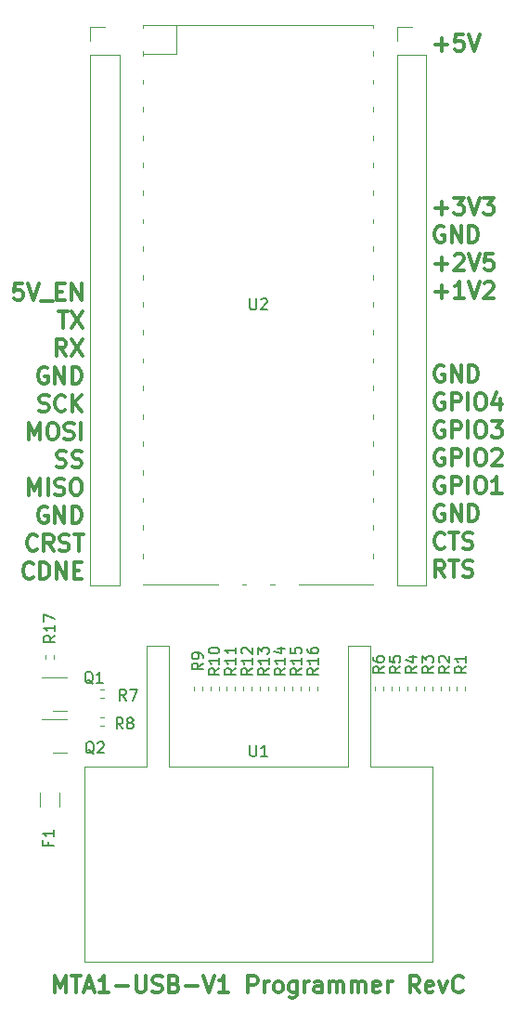
<source format=gbr>
%TF.GenerationSoftware,KiCad,Pcbnew,(6.0.4)*%
%TF.CreationDate,2022-08-11T18:10:45+02:00*%
%TF.ProjectId,mta1-usb-ch552-programmer,6d746131-2d75-4736-922d-63683535322d,rev?*%
%TF.SameCoordinates,Original*%
%TF.FileFunction,Legend,Top*%
%TF.FilePolarity,Positive*%
%FSLAX46Y46*%
G04 Gerber Fmt 4.6, Leading zero omitted, Abs format (unit mm)*
G04 Created by KiCad (PCBNEW (6.0.4)) date 2022-08-11 18:10:45*
%MOMM*%
%LPD*%
G01*
G04 APERTURE LIST*
%ADD10C,0.300000*%
%ADD11C,0.150000*%
%ADD12C,0.120000*%
G04 APERTURE END LIST*
D10*
X119593571Y-87278571D02*
X119593571Y-85778571D01*
X120093571Y-86850000D01*
X120593571Y-85778571D01*
X120593571Y-87278571D01*
X121593571Y-85778571D02*
X121879285Y-85778571D01*
X122022142Y-85850000D01*
X122165000Y-85992857D01*
X122236428Y-86278571D01*
X122236428Y-86778571D01*
X122165000Y-87064285D01*
X122022142Y-87207142D01*
X121879285Y-87278571D01*
X121593571Y-87278571D01*
X121450714Y-87207142D01*
X121307857Y-87064285D01*
X121236428Y-86778571D01*
X121236428Y-86278571D01*
X121307857Y-85992857D01*
X121450714Y-85850000D01*
X121593571Y-85778571D01*
X122807857Y-87207142D02*
X123022142Y-87278571D01*
X123379285Y-87278571D01*
X123522142Y-87207142D01*
X123593571Y-87135714D01*
X123665000Y-86992857D01*
X123665000Y-86850000D01*
X123593571Y-86707142D01*
X123522142Y-86635714D01*
X123379285Y-86564285D01*
X123093571Y-86492857D01*
X122950714Y-86421428D01*
X122879285Y-86350000D01*
X122807857Y-86207142D01*
X122807857Y-86064285D01*
X122879285Y-85921428D01*
X122950714Y-85850000D01*
X123093571Y-85778571D01*
X123450714Y-85778571D01*
X123665000Y-85850000D01*
X124307857Y-87278571D02*
X124307857Y-85778571D01*
X157412857Y-85690000D02*
X157270000Y-85618571D01*
X157055714Y-85618571D01*
X156841428Y-85690000D01*
X156698571Y-85832857D01*
X156627142Y-85975714D01*
X156555714Y-86261428D01*
X156555714Y-86475714D01*
X156627142Y-86761428D01*
X156698571Y-86904285D01*
X156841428Y-87047142D01*
X157055714Y-87118571D01*
X157198571Y-87118571D01*
X157412857Y-87047142D01*
X157484285Y-86975714D01*
X157484285Y-86475714D01*
X157198571Y-86475714D01*
X158127142Y-87118571D02*
X158127142Y-85618571D01*
X158698571Y-85618571D01*
X158841428Y-85690000D01*
X158912857Y-85761428D01*
X158984285Y-85904285D01*
X158984285Y-86118571D01*
X158912857Y-86261428D01*
X158841428Y-86332857D01*
X158698571Y-86404285D01*
X158127142Y-86404285D01*
X159627142Y-87118571D02*
X159627142Y-85618571D01*
X160627142Y-85618571D02*
X160912857Y-85618571D01*
X161055714Y-85690000D01*
X161198571Y-85832857D01*
X161270000Y-86118571D01*
X161270000Y-86618571D01*
X161198571Y-86904285D01*
X161055714Y-87047142D01*
X160912857Y-87118571D01*
X160627142Y-87118571D01*
X160484285Y-87047142D01*
X160341428Y-86904285D01*
X160270000Y-86618571D01*
X160270000Y-86118571D01*
X160341428Y-85832857D01*
X160484285Y-85690000D01*
X160627142Y-85618571D01*
X161770000Y-85618571D02*
X162698571Y-85618571D01*
X162198571Y-86190000D01*
X162412857Y-86190000D01*
X162555714Y-86261428D01*
X162627142Y-86332857D01*
X162698571Y-86475714D01*
X162698571Y-86832857D01*
X162627142Y-86975714D01*
X162555714Y-87047142D01*
X162412857Y-87118571D01*
X161984285Y-87118571D01*
X161841428Y-87047142D01*
X161770000Y-86975714D01*
X157412857Y-90770000D02*
X157270000Y-90698571D01*
X157055714Y-90698571D01*
X156841428Y-90770000D01*
X156698571Y-90912857D01*
X156627142Y-91055714D01*
X156555714Y-91341428D01*
X156555714Y-91555714D01*
X156627142Y-91841428D01*
X156698571Y-91984285D01*
X156841428Y-92127142D01*
X157055714Y-92198571D01*
X157198571Y-92198571D01*
X157412857Y-92127142D01*
X157484285Y-92055714D01*
X157484285Y-91555714D01*
X157198571Y-91555714D01*
X158127142Y-92198571D02*
X158127142Y-90698571D01*
X158698571Y-90698571D01*
X158841428Y-90770000D01*
X158912857Y-90841428D01*
X158984285Y-90984285D01*
X158984285Y-91198571D01*
X158912857Y-91341428D01*
X158841428Y-91412857D01*
X158698571Y-91484285D01*
X158127142Y-91484285D01*
X159627142Y-92198571D02*
X159627142Y-90698571D01*
X160627142Y-90698571D02*
X160912857Y-90698571D01*
X161055714Y-90770000D01*
X161198571Y-90912857D01*
X161270000Y-91198571D01*
X161270000Y-91698571D01*
X161198571Y-91984285D01*
X161055714Y-92127142D01*
X160912857Y-92198571D01*
X160627142Y-92198571D01*
X160484285Y-92127142D01*
X160341428Y-91984285D01*
X160270000Y-91698571D01*
X160270000Y-91198571D01*
X160341428Y-90912857D01*
X160484285Y-90770000D01*
X160627142Y-90698571D01*
X162698571Y-92198571D02*
X161841428Y-92198571D01*
X162270000Y-92198571D02*
X162270000Y-90698571D01*
X162127142Y-90912857D01*
X161984285Y-91055714D01*
X161841428Y-91127142D01*
X121236428Y-93470000D02*
X121093571Y-93398571D01*
X120879285Y-93398571D01*
X120665000Y-93470000D01*
X120522142Y-93612857D01*
X120450714Y-93755714D01*
X120379285Y-94041428D01*
X120379285Y-94255714D01*
X120450714Y-94541428D01*
X120522142Y-94684285D01*
X120665000Y-94827142D01*
X120879285Y-94898571D01*
X121022142Y-94898571D01*
X121236428Y-94827142D01*
X121307857Y-94755714D01*
X121307857Y-94255714D01*
X121022142Y-94255714D01*
X121950714Y-94898571D02*
X121950714Y-93398571D01*
X122807857Y-94898571D01*
X122807857Y-93398571D01*
X123522142Y-94898571D02*
X123522142Y-93398571D01*
X123879285Y-93398571D01*
X124093571Y-93470000D01*
X124236428Y-93612857D01*
X124307857Y-93755714D01*
X124379285Y-94041428D01*
X124379285Y-94255714D01*
X124307857Y-94541428D01*
X124236428Y-94684285D01*
X124093571Y-94827142D01*
X123879285Y-94898571D01*
X123522142Y-94898571D01*
X157412857Y-83150000D02*
X157270000Y-83078571D01*
X157055714Y-83078571D01*
X156841428Y-83150000D01*
X156698571Y-83292857D01*
X156627142Y-83435714D01*
X156555714Y-83721428D01*
X156555714Y-83935714D01*
X156627142Y-84221428D01*
X156698571Y-84364285D01*
X156841428Y-84507142D01*
X157055714Y-84578571D01*
X157198571Y-84578571D01*
X157412857Y-84507142D01*
X157484285Y-84435714D01*
X157484285Y-83935714D01*
X157198571Y-83935714D01*
X158127142Y-84578571D02*
X158127142Y-83078571D01*
X158698571Y-83078571D01*
X158841428Y-83150000D01*
X158912857Y-83221428D01*
X158984285Y-83364285D01*
X158984285Y-83578571D01*
X158912857Y-83721428D01*
X158841428Y-83792857D01*
X158698571Y-83864285D01*
X158127142Y-83864285D01*
X159627142Y-84578571D02*
X159627142Y-83078571D01*
X160627142Y-83078571D02*
X160912857Y-83078571D01*
X161055714Y-83150000D01*
X161198571Y-83292857D01*
X161270000Y-83578571D01*
X161270000Y-84078571D01*
X161198571Y-84364285D01*
X161055714Y-84507142D01*
X160912857Y-84578571D01*
X160627142Y-84578571D01*
X160484285Y-84507142D01*
X160341428Y-84364285D01*
X160270000Y-84078571D01*
X160270000Y-83578571D01*
X160341428Y-83292857D01*
X160484285Y-83150000D01*
X160627142Y-83078571D01*
X162555714Y-83578571D02*
X162555714Y-84578571D01*
X162198571Y-83007142D02*
X161841428Y-84078571D01*
X162770000Y-84078571D01*
X122236428Y-75618571D02*
X123093571Y-75618571D01*
X122665000Y-77118571D02*
X122665000Y-75618571D01*
X123450714Y-75618571D02*
X124450714Y-77118571D01*
X124450714Y-75618571D02*
X123450714Y-77118571D01*
X157412857Y-88230000D02*
X157270000Y-88158571D01*
X157055714Y-88158571D01*
X156841428Y-88230000D01*
X156698571Y-88372857D01*
X156627142Y-88515714D01*
X156555714Y-88801428D01*
X156555714Y-89015714D01*
X156627142Y-89301428D01*
X156698571Y-89444285D01*
X156841428Y-89587142D01*
X157055714Y-89658571D01*
X157198571Y-89658571D01*
X157412857Y-89587142D01*
X157484285Y-89515714D01*
X157484285Y-89015714D01*
X157198571Y-89015714D01*
X158127142Y-89658571D02*
X158127142Y-88158571D01*
X158698571Y-88158571D01*
X158841428Y-88230000D01*
X158912857Y-88301428D01*
X158984285Y-88444285D01*
X158984285Y-88658571D01*
X158912857Y-88801428D01*
X158841428Y-88872857D01*
X158698571Y-88944285D01*
X158127142Y-88944285D01*
X159627142Y-89658571D02*
X159627142Y-88158571D01*
X160627142Y-88158571D02*
X160912857Y-88158571D01*
X161055714Y-88230000D01*
X161198571Y-88372857D01*
X161270000Y-88658571D01*
X161270000Y-89158571D01*
X161198571Y-89444285D01*
X161055714Y-89587142D01*
X160912857Y-89658571D01*
X160627142Y-89658571D01*
X160484285Y-89587142D01*
X160341428Y-89444285D01*
X160270000Y-89158571D01*
X160270000Y-88658571D01*
X160341428Y-88372857D01*
X160484285Y-88230000D01*
X160627142Y-88158571D01*
X161841428Y-88301428D02*
X161912857Y-88230000D01*
X162055714Y-88158571D01*
X162412857Y-88158571D01*
X162555714Y-88230000D01*
X162627142Y-88301428D01*
X162698571Y-88444285D01*
X162698571Y-88587142D01*
X162627142Y-88801428D01*
X161770000Y-89658571D01*
X162698571Y-89658571D01*
X156627142Y-71307142D02*
X157770000Y-71307142D01*
X157198571Y-71878571D02*
X157198571Y-70735714D01*
X158412857Y-70521428D02*
X158484285Y-70450000D01*
X158627142Y-70378571D01*
X158984285Y-70378571D01*
X159127142Y-70450000D01*
X159198571Y-70521428D01*
X159270000Y-70664285D01*
X159270000Y-70807142D01*
X159198571Y-71021428D01*
X158341428Y-71878571D01*
X159270000Y-71878571D01*
X159698571Y-70378571D02*
X160198571Y-71878571D01*
X160698571Y-70378571D01*
X161912857Y-70378571D02*
X161198571Y-70378571D01*
X161127142Y-71092857D01*
X161198571Y-71021428D01*
X161341428Y-70950000D01*
X161698571Y-70950000D01*
X161841428Y-71021428D01*
X161912857Y-71092857D01*
X161984285Y-71235714D01*
X161984285Y-71592857D01*
X161912857Y-71735714D01*
X161841428Y-71807142D01*
X161698571Y-71878571D01*
X161341428Y-71878571D01*
X161198571Y-71807142D01*
X161127142Y-71735714D01*
X157412857Y-80610000D02*
X157270000Y-80538571D01*
X157055714Y-80538571D01*
X156841428Y-80610000D01*
X156698571Y-80752857D01*
X156627142Y-80895714D01*
X156555714Y-81181428D01*
X156555714Y-81395714D01*
X156627142Y-81681428D01*
X156698571Y-81824285D01*
X156841428Y-81967142D01*
X157055714Y-82038571D01*
X157198571Y-82038571D01*
X157412857Y-81967142D01*
X157484285Y-81895714D01*
X157484285Y-81395714D01*
X157198571Y-81395714D01*
X158127142Y-82038571D02*
X158127142Y-80538571D01*
X158984285Y-82038571D01*
X158984285Y-80538571D01*
X159698571Y-82038571D02*
X159698571Y-80538571D01*
X160055714Y-80538571D01*
X160270000Y-80610000D01*
X160412857Y-80752857D01*
X160484285Y-80895714D01*
X160555714Y-81181428D01*
X160555714Y-81395714D01*
X160484285Y-81681428D01*
X160412857Y-81824285D01*
X160270000Y-81967142D01*
X160055714Y-82038571D01*
X159698571Y-82038571D01*
X157412857Y-93310000D02*
X157270000Y-93238571D01*
X157055714Y-93238571D01*
X156841428Y-93310000D01*
X156698571Y-93452857D01*
X156627142Y-93595714D01*
X156555714Y-93881428D01*
X156555714Y-94095714D01*
X156627142Y-94381428D01*
X156698571Y-94524285D01*
X156841428Y-94667142D01*
X157055714Y-94738571D01*
X157198571Y-94738571D01*
X157412857Y-94667142D01*
X157484285Y-94595714D01*
X157484285Y-94095714D01*
X157198571Y-94095714D01*
X158127142Y-94738571D02*
X158127142Y-93238571D01*
X158984285Y-94738571D01*
X158984285Y-93238571D01*
X159698571Y-94738571D02*
X159698571Y-93238571D01*
X160055714Y-93238571D01*
X160270000Y-93310000D01*
X160412857Y-93452857D01*
X160484285Y-93595714D01*
X160555714Y-93881428D01*
X160555714Y-94095714D01*
X160484285Y-94381428D01*
X160412857Y-94524285D01*
X160270000Y-94667142D01*
X160055714Y-94738571D01*
X159698571Y-94738571D01*
X120522142Y-84667142D02*
X120736428Y-84738571D01*
X121093571Y-84738571D01*
X121236428Y-84667142D01*
X121307857Y-84595714D01*
X121379285Y-84452857D01*
X121379285Y-84310000D01*
X121307857Y-84167142D01*
X121236428Y-84095714D01*
X121093571Y-84024285D01*
X120807857Y-83952857D01*
X120665000Y-83881428D01*
X120593571Y-83810000D01*
X120522142Y-83667142D01*
X120522142Y-83524285D01*
X120593571Y-83381428D01*
X120665000Y-83310000D01*
X120807857Y-83238571D01*
X121165000Y-83238571D01*
X121379285Y-83310000D01*
X122879285Y-84595714D02*
X122807857Y-84667142D01*
X122593571Y-84738571D01*
X122450714Y-84738571D01*
X122236428Y-84667142D01*
X122093571Y-84524285D01*
X122022142Y-84381428D01*
X121950714Y-84095714D01*
X121950714Y-83881428D01*
X122022142Y-83595714D01*
X122093571Y-83452857D01*
X122236428Y-83310000D01*
X122450714Y-83238571D01*
X122593571Y-83238571D01*
X122807857Y-83310000D01*
X122879285Y-83381428D01*
X123522142Y-84738571D02*
X123522142Y-83238571D01*
X124379285Y-84738571D02*
X123736428Y-83881428D01*
X124379285Y-83238571D02*
X123522142Y-84095714D01*
X156627142Y-73847142D02*
X157770000Y-73847142D01*
X157198571Y-74418571D02*
X157198571Y-73275714D01*
X159270000Y-74418571D02*
X158412857Y-74418571D01*
X158841428Y-74418571D02*
X158841428Y-72918571D01*
X158698571Y-73132857D01*
X158555714Y-73275714D01*
X158412857Y-73347142D01*
X159698571Y-72918571D02*
X160198571Y-74418571D01*
X160698571Y-72918571D01*
X161127142Y-73061428D02*
X161198571Y-72990000D01*
X161341428Y-72918571D01*
X161698571Y-72918571D01*
X161841428Y-72990000D01*
X161912857Y-73061428D01*
X161984285Y-73204285D01*
X161984285Y-73347142D01*
X161912857Y-73561428D01*
X161055714Y-74418571D01*
X161984285Y-74418571D01*
X118990714Y-73078571D02*
X118276428Y-73078571D01*
X118205000Y-73792857D01*
X118276428Y-73721428D01*
X118419285Y-73650000D01*
X118776428Y-73650000D01*
X118919285Y-73721428D01*
X118990714Y-73792857D01*
X119062142Y-73935714D01*
X119062142Y-74292857D01*
X118990714Y-74435714D01*
X118919285Y-74507142D01*
X118776428Y-74578571D01*
X118419285Y-74578571D01*
X118276428Y-74507142D01*
X118205000Y-74435714D01*
X119490714Y-73078571D02*
X119990714Y-74578571D01*
X120490714Y-73078571D01*
X120633571Y-74721428D02*
X121776428Y-74721428D01*
X122133571Y-73792857D02*
X122633571Y-73792857D01*
X122847857Y-74578571D02*
X122133571Y-74578571D01*
X122133571Y-73078571D01*
X122847857Y-73078571D01*
X123490714Y-74578571D02*
X123490714Y-73078571D01*
X124347857Y-74578571D01*
X124347857Y-73078571D01*
X157412857Y-67910000D02*
X157270000Y-67838571D01*
X157055714Y-67838571D01*
X156841428Y-67910000D01*
X156698571Y-68052857D01*
X156627142Y-68195714D01*
X156555714Y-68481428D01*
X156555714Y-68695714D01*
X156627142Y-68981428D01*
X156698571Y-69124285D01*
X156841428Y-69267142D01*
X157055714Y-69338571D01*
X157198571Y-69338571D01*
X157412857Y-69267142D01*
X157484285Y-69195714D01*
X157484285Y-68695714D01*
X157198571Y-68695714D01*
X158127142Y-69338571D02*
X158127142Y-67838571D01*
X158984285Y-69338571D01*
X158984285Y-67838571D01*
X159698571Y-69338571D02*
X159698571Y-67838571D01*
X160055714Y-67838571D01*
X160270000Y-67910000D01*
X160412857Y-68052857D01*
X160484285Y-68195714D01*
X160555714Y-68481428D01*
X160555714Y-68695714D01*
X160484285Y-68981428D01*
X160412857Y-69124285D01*
X160270000Y-69267142D01*
X160055714Y-69338571D01*
X159698571Y-69338571D01*
X122950714Y-79658571D02*
X122450714Y-78944285D01*
X122093571Y-79658571D02*
X122093571Y-78158571D01*
X122665000Y-78158571D01*
X122807857Y-78230000D01*
X122879285Y-78301428D01*
X122950714Y-78444285D01*
X122950714Y-78658571D01*
X122879285Y-78801428D01*
X122807857Y-78872857D01*
X122665000Y-78944285D01*
X122093571Y-78944285D01*
X123450714Y-78158571D02*
X124450714Y-79658571D01*
X124450714Y-78158571D02*
X123450714Y-79658571D01*
X156627142Y-51307142D02*
X157770000Y-51307142D01*
X157198571Y-51878571D02*
X157198571Y-50735714D01*
X159198571Y-50378571D02*
X158484285Y-50378571D01*
X158412857Y-51092857D01*
X158484285Y-51021428D01*
X158627142Y-50950000D01*
X158984285Y-50950000D01*
X159127142Y-51021428D01*
X159198571Y-51092857D01*
X159270000Y-51235714D01*
X159270000Y-51592857D01*
X159198571Y-51735714D01*
X159127142Y-51807142D01*
X158984285Y-51878571D01*
X158627142Y-51878571D01*
X158484285Y-51807142D01*
X158412857Y-51735714D01*
X159698571Y-50378571D02*
X160198571Y-51878571D01*
X160698571Y-50378571D01*
X121236428Y-80770000D02*
X121093571Y-80698571D01*
X120879285Y-80698571D01*
X120665000Y-80770000D01*
X120522142Y-80912857D01*
X120450714Y-81055714D01*
X120379285Y-81341428D01*
X120379285Y-81555714D01*
X120450714Y-81841428D01*
X120522142Y-81984285D01*
X120665000Y-82127142D01*
X120879285Y-82198571D01*
X121022142Y-82198571D01*
X121236428Y-82127142D01*
X121307857Y-82055714D01*
X121307857Y-81555714D01*
X121022142Y-81555714D01*
X121950714Y-82198571D02*
X121950714Y-80698571D01*
X122807857Y-82198571D01*
X122807857Y-80698571D01*
X123522142Y-82198571D02*
X123522142Y-80698571D01*
X123879285Y-80698571D01*
X124093571Y-80770000D01*
X124236428Y-80912857D01*
X124307857Y-81055714D01*
X124379285Y-81341428D01*
X124379285Y-81555714D01*
X124307857Y-81841428D01*
X124236428Y-81984285D01*
X124093571Y-82127142D01*
X123879285Y-82198571D01*
X123522142Y-82198571D01*
X120307857Y-97295714D02*
X120236428Y-97367142D01*
X120022142Y-97438571D01*
X119879285Y-97438571D01*
X119665000Y-97367142D01*
X119522142Y-97224285D01*
X119450714Y-97081428D01*
X119379285Y-96795714D01*
X119379285Y-96581428D01*
X119450714Y-96295714D01*
X119522142Y-96152857D01*
X119665000Y-96010000D01*
X119879285Y-95938571D01*
X120022142Y-95938571D01*
X120236428Y-96010000D01*
X120307857Y-96081428D01*
X121807857Y-97438571D02*
X121307857Y-96724285D01*
X120950714Y-97438571D02*
X120950714Y-95938571D01*
X121522142Y-95938571D01*
X121665000Y-96010000D01*
X121736428Y-96081428D01*
X121807857Y-96224285D01*
X121807857Y-96438571D01*
X121736428Y-96581428D01*
X121665000Y-96652857D01*
X121522142Y-96724285D01*
X120950714Y-96724285D01*
X122379285Y-97367142D02*
X122593571Y-97438571D01*
X122950714Y-97438571D01*
X123093571Y-97367142D01*
X123165000Y-97295714D01*
X123236428Y-97152857D01*
X123236428Y-97010000D01*
X123165000Y-96867142D01*
X123093571Y-96795714D01*
X122950714Y-96724285D01*
X122665000Y-96652857D01*
X122522142Y-96581428D01*
X122450714Y-96510000D01*
X122379285Y-96367142D01*
X122379285Y-96224285D01*
X122450714Y-96081428D01*
X122522142Y-96010000D01*
X122665000Y-95938571D01*
X123022142Y-95938571D01*
X123236428Y-96010000D01*
X123665000Y-95938571D02*
X124522142Y-95938571D01*
X124093571Y-97438571D02*
X124093571Y-95938571D01*
X157484285Y-99818571D02*
X156984285Y-99104285D01*
X156627142Y-99818571D02*
X156627142Y-98318571D01*
X157198571Y-98318571D01*
X157341428Y-98390000D01*
X157412857Y-98461428D01*
X157484285Y-98604285D01*
X157484285Y-98818571D01*
X157412857Y-98961428D01*
X157341428Y-99032857D01*
X157198571Y-99104285D01*
X156627142Y-99104285D01*
X157912857Y-98318571D02*
X158770000Y-98318571D01*
X158341428Y-99818571D02*
X158341428Y-98318571D01*
X159198571Y-99747142D02*
X159412857Y-99818571D01*
X159770000Y-99818571D01*
X159912857Y-99747142D01*
X159984285Y-99675714D01*
X160055714Y-99532857D01*
X160055714Y-99390000D01*
X159984285Y-99247142D01*
X159912857Y-99175714D01*
X159770000Y-99104285D01*
X159484285Y-99032857D01*
X159341428Y-98961428D01*
X159270000Y-98890000D01*
X159198571Y-98747142D01*
X159198571Y-98604285D01*
X159270000Y-98461428D01*
X159341428Y-98390000D01*
X159484285Y-98318571D01*
X159841428Y-98318571D01*
X160055714Y-98390000D01*
X156627142Y-66227142D02*
X157770000Y-66227142D01*
X157198571Y-66798571D02*
X157198571Y-65655714D01*
X158341428Y-65298571D02*
X159270000Y-65298571D01*
X158770000Y-65870000D01*
X158984285Y-65870000D01*
X159127142Y-65941428D01*
X159198571Y-66012857D01*
X159270000Y-66155714D01*
X159270000Y-66512857D01*
X159198571Y-66655714D01*
X159127142Y-66727142D01*
X158984285Y-66798571D01*
X158555714Y-66798571D01*
X158412857Y-66727142D01*
X158341428Y-66655714D01*
X159698571Y-65298571D02*
X160198571Y-66798571D01*
X160698571Y-65298571D01*
X161055714Y-65298571D02*
X161984285Y-65298571D01*
X161484285Y-65870000D01*
X161698571Y-65870000D01*
X161841428Y-65941428D01*
X161912857Y-66012857D01*
X161984285Y-66155714D01*
X161984285Y-66512857D01*
X161912857Y-66655714D01*
X161841428Y-66727142D01*
X161698571Y-66798571D01*
X161270000Y-66798571D01*
X161127142Y-66727142D01*
X161055714Y-66655714D01*
X157484285Y-97135714D02*
X157412857Y-97207142D01*
X157198571Y-97278571D01*
X157055714Y-97278571D01*
X156841428Y-97207142D01*
X156698571Y-97064285D01*
X156627142Y-96921428D01*
X156555714Y-96635714D01*
X156555714Y-96421428D01*
X156627142Y-96135714D01*
X156698571Y-95992857D01*
X156841428Y-95850000D01*
X157055714Y-95778571D01*
X157198571Y-95778571D01*
X157412857Y-95850000D01*
X157484285Y-95921428D01*
X157912857Y-95778571D02*
X158770000Y-95778571D01*
X158341428Y-97278571D02*
X158341428Y-95778571D01*
X159198571Y-97207142D02*
X159412857Y-97278571D01*
X159770000Y-97278571D01*
X159912857Y-97207142D01*
X159984285Y-97135714D01*
X160055714Y-96992857D01*
X160055714Y-96850000D01*
X159984285Y-96707142D01*
X159912857Y-96635714D01*
X159770000Y-96564285D01*
X159484285Y-96492857D01*
X159341428Y-96421428D01*
X159270000Y-96350000D01*
X159198571Y-96207142D01*
X159198571Y-96064285D01*
X159270000Y-95921428D01*
X159341428Y-95850000D01*
X159484285Y-95778571D01*
X159841428Y-95778571D01*
X160055714Y-95850000D01*
X119593571Y-92358571D02*
X119593571Y-90858571D01*
X120093571Y-91930000D01*
X120593571Y-90858571D01*
X120593571Y-92358571D01*
X121307857Y-92358571D02*
X121307857Y-90858571D01*
X121950714Y-92287142D02*
X122165000Y-92358571D01*
X122522142Y-92358571D01*
X122665000Y-92287142D01*
X122736428Y-92215714D01*
X122807857Y-92072857D01*
X122807857Y-91930000D01*
X122736428Y-91787142D01*
X122665000Y-91715714D01*
X122522142Y-91644285D01*
X122236428Y-91572857D01*
X122093571Y-91501428D01*
X122022142Y-91430000D01*
X121950714Y-91287142D01*
X121950714Y-91144285D01*
X122022142Y-91001428D01*
X122093571Y-90930000D01*
X122236428Y-90858571D01*
X122593571Y-90858571D01*
X122807857Y-90930000D01*
X123736428Y-90858571D02*
X124022142Y-90858571D01*
X124165000Y-90930000D01*
X124307857Y-91072857D01*
X124379285Y-91358571D01*
X124379285Y-91858571D01*
X124307857Y-92144285D01*
X124165000Y-92287142D01*
X124022142Y-92358571D01*
X123736428Y-92358571D01*
X123593571Y-92287142D01*
X123450714Y-92144285D01*
X123379285Y-91858571D01*
X123379285Y-91358571D01*
X123450714Y-91072857D01*
X123593571Y-90930000D01*
X123736428Y-90858571D01*
X119950714Y-99835714D02*
X119879285Y-99907142D01*
X119665000Y-99978571D01*
X119522142Y-99978571D01*
X119307857Y-99907142D01*
X119165000Y-99764285D01*
X119093571Y-99621428D01*
X119022142Y-99335714D01*
X119022142Y-99121428D01*
X119093571Y-98835714D01*
X119165000Y-98692857D01*
X119307857Y-98550000D01*
X119522142Y-98478571D01*
X119665000Y-98478571D01*
X119879285Y-98550000D01*
X119950714Y-98621428D01*
X120593571Y-99978571D02*
X120593571Y-98478571D01*
X120950714Y-98478571D01*
X121165000Y-98550000D01*
X121307857Y-98692857D01*
X121379285Y-98835714D01*
X121450714Y-99121428D01*
X121450714Y-99335714D01*
X121379285Y-99621428D01*
X121307857Y-99764285D01*
X121165000Y-99907142D01*
X120950714Y-99978571D01*
X120593571Y-99978571D01*
X122093571Y-99978571D02*
X122093571Y-98478571D01*
X122950714Y-99978571D01*
X122950714Y-98478571D01*
X123665000Y-99192857D02*
X124165000Y-99192857D01*
X124379285Y-99978571D02*
X123665000Y-99978571D01*
X123665000Y-98478571D01*
X124379285Y-98478571D01*
X122093571Y-89747142D02*
X122307857Y-89818571D01*
X122665000Y-89818571D01*
X122807857Y-89747142D01*
X122879285Y-89675714D01*
X122950714Y-89532857D01*
X122950714Y-89390000D01*
X122879285Y-89247142D01*
X122807857Y-89175714D01*
X122665000Y-89104285D01*
X122379285Y-89032857D01*
X122236428Y-88961428D01*
X122165000Y-88890000D01*
X122093571Y-88747142D01*
X122093571Y-88604285D01*
X122165000Y-88461428D01*
X122236428Y-88390000D01*
X122379285Y-88318571D01*
X122736428Y-88318571D01*
X122950714Y-88390000D01*
X123522142Y-89747142D02*
X123736428Y-89818571D01*
X124093571Y-89818571D01*
X124236428Y-89747142D01*
X124307857Y-89675714D01*
X124379285Y-89532857D01*
X124379285Y-89390000D01*
X124307857Y-89247142D01*
X124236428Y-89175714D01*
X124093571Y-89104285D01*
X123807857Y-89032857D01*
X123665000Y-88961428D01*
X123593571Y-88890000D01*
X123522142Y-88747142D01*
X123522142Y-88604285D01*
X123593571Y-88461428D01*
X123665000Y-88390000D01*
X123807857Y-88318571D01*
X124165000Y-88318571D01*
X124379285Y-88390000D01*
X121928571Y-137678571D02*
X121928571Y-136178571D01*
X122428571Y-137250000D01*
X122928571Y-136178571D01*
X122928571Y-137678571D01*
X123428571Y-136178571D02*
X124285714Y-136178571D01*
X123857142Y-137678571D02*
X123857142Y-136178571D01*
X124714285Y-137250000D02*
X125428571Y-137250000D01*
X124571428Y-137678571D02*
X125071428Y-136178571D01*
X125571428Y-137678571D01*
X126857142Y-137678571D02*
X126000000Y-137678571D01*
X126428571Y-137678571D02*
X126428571Y-136178571D01*
X126285714Y-136392857D01*
X126142857Y-136535714D01*
X126000000Y-136607142D01*
X127500000Y-137107142D02*
X128642857Y-137107142D01*
X129357142Y-136178571D02*
X129357142Y-137392857D01*
X129428571Y-137535714D01*
X129500000Y-137607142D01*
X129642857Y-137678571D01*
X129928571Y-137678571D01*
X130071428Y-137607142D01*
X130142857Y-137535714D01*
X130214285Y-137392857D01*
X130214285Y-136178571D01*
X130857142Y-137607142D02*
X131071428Y-137678571D01*
X131428571Y-137678571D01*
X131571428Y-137607142D01*
X131642857Y-137535714D01*
X131714285Y-137392857D01*
X131714285Y-137250000D01*
X131642857Y-137107142D01*
X131571428Y-137035714D01*
X131428571Y-136964285D01*
X131142857Y-136892857D01*
X131000000Y-136821428D01*
X130928571Y-136750000D01*
X130857142Y-136607142D01*
X130857142Y-136464285D01*
X130928571Y-136321428D01*
X131000000Y-136250000D01*
X131142857Y-136178571D01*
X131500000Y-136178571D01*
X131714285Y-136250000D01*
X132857142Y-136892857D02*
X133071428Y-136964285D01*
X133142857Y-137035714D01*
X133214285Y-137178571D01*
X133214285Y-137392857D01*
X133142857Y-137535714D01*
X133071428Y-137607142D01*
X132928571Y-137678571D01*
X132357142Y-137678571D01*
X132357142Y-136178571D01*
X132857142Y-136178571D01*
X133000000Y-136250000D01*
X133071428Y-136321428D01*
X133142857Y-136464285D01*
X133142857Y-136607142D01*
X133071428Y-136750000D01*
X133000000Y-136821428D01*
X132857142Y-136892857D01*
X132357142Y-136892857D01*
X133857142Y-137107142D02*
X135000000Y-137107142D01*
X135500000Y-136178571D02*
X136000000Y-137678571D01*
X136500000Y-136178571D01*
X137785714Y-137678571D02*
X136928571Y-137678571D01*
X137357142Y-137678571D02*
X137357142Y-136178571D01*
X137214285Y-136392857D01*
X137071428Y-136535714D01*
X136928571Y-136607142D01*
X139571428Y-137678571D02*
X139571428Y-136178571D01*
X140142857Y-136178571D01*
X140285714Y-136250000D01*
X140357142Y-136321428D01*
X140428571Y-136464285D01*
X140428571Y-136678571D01*
X140357142Y-136821428D01*
X140285714Y-136892857D01*
X140142857Y-136964285D01*
X139571428Y-136964285D01*
X141071428Y-137678571D02*
X141071428Y-136678571D01*
X141071428Y-136964285D02*
X141142857Y-136821428D01*
X141214285Y-136750000D01*
X141357142Y-136678571D01*
X141500000Y-136678571D01*
X142214285Y-137678571D02*
X142071428Y-137607142D01*
X142000000Y-137535714D01*
X141928571Y-137392857D01*
X141928571Y-136964285D01*
X142000000Y-136821428D01*
X142071428Y-136750000D01*
X142214285Y-136678571D01*
X142428571Y-136678571D01*
X142571428Y-136750000D01*
X142642857Y-136821428D01*
X142714285Y-136964285D01*
X142714285Y-137392857D01*
X142642857Y-137535714D01*
X142571428Y-137607142D01*
X142428571Y-137678571D01*
X142214285Y-137678571D01*
X144000000Y-136678571D02*
X144000000Y-137892857D01*
X143928571Y-138035714D01*
X143857142Y-138107142D01*
X143714285Y-138178571D01*
X143500000Y-138178571D01*
X143357142Y-138107142D01*
X144000000Y-137607142D02*
X143857142Y-137678571D01*
X143571428Y-137678571D01*
X143428571Y-137607142D01*
X143357142Y-137535714D01*
X143285714Y-137392857D01*
X143285714Y-136964285D01*
X143357142Y-136821428D01*
X143428571Y-136750000D01*
X143571428Y-136678571D01*
X143857142Y-136678571D01*
X144000000Y-136750000D01*
X144714285Y-137678571D02*
X144714285Y-136678571D01*
X144714285Y-136964285D02*
X144785714Y-136821428D01*
X144857142Y-136750000D01*
X145000000Y-136678571D01*
X145142857Y-136678571D01*
X146285714Y-137678571D02*
X146285714Y-136892857D01*
X146214285Y-136750000D01*
X146071428Y-136678571D01*
X145785714Y-136678571D01*
X145642857Y-136750000D01*
X146285714Y-137607142D02*
X146142857Y-137678571D01*
X145785714Y-137678571D01*
X145642857Y-137607142D01*
X145571428Y-137464285D01*
X145571428Y-137321428D01*
X145642857Y-137178571D01*
X145785714Y-137107142D01*
X146142857Y-137107142D01*
X146285714Y-137035714D01*
X147000000Y-137678571D02*
X147000000Y-136678571D01*
X147000000Y-136821428D02*
X147071428Y-136750000D01*
X147214285Y-136678571D01*
X147428571Y-136678571D01*
X147571428Y-136750000D01*
X147642857Y-136892857D01*
X147642857Y-137678571D01*
X147642857Y-136892857D02*
X147714285Y-136750000D01*
X147857142Y-136678571D01*
X148071428Y-136678571D01*
X148214285Y-136750000D01*
X148285714Y-136892857D01*
X148285714Y-137678571D01*
X149000000Y-137678571D02*
X149000000Y-136678571D01*
X149000000Y-136821428D02*
X149071428Y-136750000D01*
X149214285Y-136678571D01*
X149428571Y-136678571D01*
X149571428Y-136750000D01*
X149642857Y-136892857D01*
X149642857Y-137678571D01*
X149642857Y-136892857D02*
X149714285Y-136750000D01*
X149857142Y-136678571D01*
X150071428Y-136678571D01*
X150214285Y-136750000D01*
X150285714Y-136892857D01*
X150285714Y-137678571D01*
X151571428Y-137607142D02*
X151428571Y-137678571D01*
X151142857Y-137678571D01*
X151000000Y-137607142D01*
X150928571Y-137464285D01*
X150928571Y-136892857D01*
X151000000Y-136750000D01*
X151142857Y-136678571D01*
X151428571Y-136678571D01*
X151571428Y-136750000D01*
X151642857Y-136892857D01*
X151642857Y-137035714D01*
X150928571Y-137178571D01*
X152285714Y-137678571D02*
X152285714Y-136678571D01*
X152285714Y-136964285D02*
X152357142Y-136821428D01*
X152428571Y-136750000D01*
X152571428Y-136678571D01*
X152714285Y-136678571D01*
X155214285Y-137678571D02*
X154714285Y-136964285D01*
X154357142Y-137678571D02*
X154357142Y-136178571D01*
X154928571Y-136178571D01*
X155071428Y-136250000D01*
X155142857Y-136321428D01*
X155214285Y-136464285D01*
X155214285Y-136678571D01*
X155142857Y-136821428D01*
X155071428Y-136892857D01*
X154928571Y-136964285D01*
X154357142Y-136964285D01*
X156428571Y-137607142D02*
X156285714Y-137678571D01*
X156000000Y-137678571D01*
X155857142Y-137607142D01*
X155785714Y-137464285D01*
X155785714Y-136892857D01*
X155857142Y-136750000D01*
X156000000Y-136678571D01*
X156285714Y-136678571D01*
X156428571Y-136750000D01*
X156500000Y-136892857D01*
X156500000Y-137035714D01*
X155785714Y-137178571D01*
X157000000Y-136678571D02*
X157357142Y-137678571D01*
X157714285Y-136678571D01*
X159142857Y-137535714D02*
X159071428Y-137607142D01*
X158857142Y-137678571D01*
X158714285Y-137678571D01*
X158500000Y-137607142D01*
X158357142Y-137464285D01*
X158285714Y-137321428D01*
X158214285Y-137035714D01*
X158214285Y-136821428D01*
X158285714Y-136535714D01*
X158357142Y-136392857D01*
X158500000Y-136250000D01*
X158714285Y-136178571D01*
X158857142Y-136178571D01*
X159071428Y-136250000D01*
X159142857Y-136321428D01*
D11*
%TO.C,U2*%
X139738095Y-74452380D02*
X139738095Y-75261904D01*
X139785714Y-75357142D01*
X139833333Y-75404761D01*
X139928571Y-75452380D01*
X140119047Y-75452380D01*
X140214285Y-75404761D01*
X140261904Y-75357142D01*
X140309523Y-75261904D01*
X140309523Y-74452380D01*
X140738095Y-74547619D02*
X140785714Y-74500000D01*
X140880952Y-74452380D01*
X141119047Y-74452380D01*
X141214285Y-74500000D01*
X141261904Y-74547619D01*
X141309523Y-74642857D01*
X141309523Y-74738095D01*
X141261904Y-74880952D01*
X140690476Y-75452380D01*
X141309523Y-75452380D01*
%TO.C,R5*%
X153452380Y-107966666D02*
X152976190Y-108300000D01*
X153452380Y-108538095D02*
X152452380Y-108538095D01*
X152452380Y-108157142D01*
X152500000Y-108061904D01*
X152547619Y-108014285D01*
X152642857Y-107966666D01*
X152785714Y-107966666D01*
X152880952Y-108014285D01*
X152928571Y-108061904D01*
X152976190Y-108157142D01*
X152976190Y-108538095D01*
X152452380Y-107061904D02*
X152452380Y-107538095D01*
X152928571Y-107585714D01*
X152880952Y-107538095D01*
X152833333Y-107442857D01*
X152833333Y-107204761D01*
X152880952Y-107109523D01*
X152928571Y-107061904D01*
X153023809Y-107014285D01*
X153261904Y-107014285D01*
X153357142Y-107061904D01*
X153404761Y-107109523D01*
X153452380Y-107204761D01*
X153452380Y-107442857D01*
X153404761Y-107538095D01*
X153357142Y-107585714D01*
%TO.C,R4*%
X154952380Y-107966666D02*
X154476190Y-108300000D01*
X154952380Y-108538095D02*
X153952380Y-108538095D01*
X153952380Y-108157142D01*
X154000000Y-108061904D01*
X154047619Y-108014285D01*
X154142857Y-107966666D01*
X154285714Y-107966666D01*
X154380952Y-108014285D01*
X154428571Y-108061904D01*
X154476190Y-108157142D01*
X154476190Y-108538095D01*
X154285714Y-107109523D02*
X154952380Y-107109523D01*
X153904761Y-107347619D02*
X154619047Y-107585714D01*
X154619047Y-106966666D01*
%TO.C,R6*%
X151952380Y-107966666D02*
X151476190Y-108300000D01*
X151952380Y-108538095D02*
X150952380Y-108538095D01*
X150952380Y-108157142D01*
X151000000Y-108061904D01*
X151047619Y-108014285D01*
X151142857Y-107966666D01*
X151285714Y-107966666D01*
X151380952Y-108014285D01*
X151428571Y-108061904D01*
X151476190Y-108157142D01*
X151476190Y-108538095D01*
X150952380Y-107109523D02*
X150952380Y-107300000D01*
X151000000Y-107395238D01*
X151047619Y-107442857D01*
X151190476Y-107538095D01*
X151380952Y-107585714D01*
X151761904Y-107585714D01*
X151857142Y-107538095D01*
X151904761Y-107490476D01*
X151952380Y-107395238D01*
X151952380Y-107204761D01*
X151904761Y-107109523D01*
X151857142Y-107061904D01*
X151761904Y-107014285D01*
X151523809Y-107014285D01*
X151428571Y-107061904D01*
X151380952Y-107109523D01*
X151333333Y-107204761D01*
X151333333Y-107395238D01*
X151380952Y-107490476D01*
X151428571Y-107538095D01*
X151523809Y-107585714D01*
%TO.C,F1*%
X121328571Y-123933333D02*
X121328571Y-124266666D01*
X121852380Y-124266666D02*
X120852380Y-124266666D01*
X120852380Y-123790476D01*
X121852380Y-122885714D02*
X121852380Y-123457142D01*
X121852380Y-123171428D02*
X120852380Y-123171428D01*
X120995238Y-123266666D01*
X121090476Y-123361904D01*
X121138095Y-123457142D01*
%TO.C,R12*%
X139952380Y-108142857D02*
X139476190Y-108476190D01*
X139952380Y-108714285D02*
X138952380Y-108714285D01*
X138952380Y-108333333D01*
X139000000Y-108238095D01*
X139047619Y-108190476D01*
X139142857Y-108142857D01*
X139285714Y-108142857D01*
X139380952Y-108190476D01*
X139428571Y-108238095D01*
X139476190Y-108333333D01*
X139476190Y-108714285D01*
X139952380Y-107190476D02*
X139952380Y-107761904D01*
X139952380Y-107476190D02*
X138952380Y-107476190D01*
X139095238Y-107571428D01*
X139190476Y-107666666D01*
X139238095Y-107761904D01*
X139047619Y-106809523D02*
X139000000Y-106761904D01*
X138952380Y-106666666D01*
X138952380Y-106428571D01*
X139000000Y-106333333D01*
X139047619Y-106285714D01*
X139142857Y-106238095D01*
X139238095Y-106238095D01*
X139380952Y-106285714D01*
X139952380Y-106857142D01*
X139952380Y-106238095D01*
%TO.C,R14*%
X142952380Y-108142857D02*
X142476190Y-108476190D01*
X142952380Y-108714285D02*
X141952380Y-108714285D01*
X141952380Y-108333333D01*
X142000000Y-108238095D01*
X142047619Y-108190476D01*
X142142857Y-108142857D01*
X142285714Y-108142857D01*
X142380952Y-108190476D01*
X142428571Y-108238095D01*
X142476190Y-108333333D01*
X142476190Y-108714285D01*
X142952380Y-107190476D02*
X142952380Y-107761904D01*
X142952380Y-107476190D02*
X141952380Y-107476190D01*
X142095238Y-107571428D01*
X142190476Y-107666666D01*
X142238095Y-107761904D01*
X142285714Y-106333333D02*
X142952380Y-106333333D01*
X141904761Y-106571428D02*
X142619047Y-106809523D01*
X142619047Y-106190476D01*
%TO.C,R11*%
X138452380Y-108142857D02*
X137976190Y-108476190D01*
X138452380Y-108714285D02*
X137452380Y-108714285D01*
X137452380Y-108333333D01*
X137500000Y-108238095D01*
X137547619Y-108190476D01*
X137642857Y-108142857D01*
X137785714Y-108142857D01*
X137880952Y-108190476D01*
X137928571Y-108238095D01*
X137976190Y-108333333D01*
X137976190Y-108714285D01*
X138452380Y-107190476D02*
X138452380Y-107761904D01*
X138452380Y-107476190D02*
X137452380Y-107476190D01*
X137595238Y-107571428D01*
X137690476Y-107666666D01*
X137738095Y-107761904D01*
X138452380Y-106238095D02*
X138452380Y-106809523D01*
X138452380Y-106523809D02*
X137452380Y-106523809D01*
X137595238Y-106619047D01*
X137690476Y-106714285D01*
X137738095Y-106809523D01*
%TO.C,R13*%
X141452380Y-108142857D02*
X140976190Y-108476190D01*
X141452380Y-108714285D02*
X140452380Y-108714285D01*
X140452380Y-108333333D01*
X140500000Y-108238095D01*
X140547619Y-108190476D01*
X140642857Y-108142857D01*
X140785714Y-108142857D01*
X140880952Y-108190476D01*
X140928571Y-108238095D01*
X140976190Y-108333333D01*
X140976190Y-108714285D01*
X141452380Y-107190476D02*
X141452380Y-107761904D01*
X141452380Y-107476190D02*
X140452380Y-107476190D01*
X140595238Y-107571428D01*
X140690476Y-107666666D01*
X140738095Y-107761904D01*
X140452380Y-106857142D02*
X140452380Y-106238095D01*
X140833333Y-106571428D01*
X140833333Y-106428571D01*
X140880952Y-106333333D01*
X140928571Y-106285714D01*
X141023809Y-106238095D01*
X141261904Y-106238095D01*
X141357142Y-106285714D01*
X141404761Y-106333333D01*
X141452380Y-106428571D01*
X141452380Y-106714285D01*
X141404761Y-106809523D01*
X141357142Y-106857142D01*
%TO.C,Q1*%
X125404761Y-109547619D02*
X125309523Y-109500000D01*
X125214285Y-109404761D01*
X125071428Y-109261904D01*
X124976190Y-109214285D01*
X124880952Y-109214285D01*
X124928571Y-109452380D02*
X124833333Y-109404761D01*
X124738095Y-109309523D01*
X124690476Y-109119047D01*
X124690476Y-108785714D01*
X124738095Y-108595238D01*
X124833333Y-108500000D01*
X124928571Y-108452380D01*
X125119047Y-108452380D01*
X125214285Y-108500000D01*
X125309523Y-108595238D01*
X125357142Y-108785714D01*
X125357142Y-109119047D01*
X125309523Y-109309523D01*
X125214285Y-109404761D01*
X125119047Y-109452380D01*
X124928571Y-109452380D01*
X126309523Y-109452380D02*
X125738095Y-109452380D01*
X126023809Y-109452380D02*
X126023809Y-108452380D01*
X125928571Y-108595238D01*
X125833333Y-108690476D01*
X125738095Y-108738095D01*
%TO.C,R8*%
X128133333Y-113652380D02*
X127800000Y-113176190D01*
X127561904Y-113652380D02*
X127561904Y-112652380D01*
X127942857Y-112652380D01*
X128038095Y-112700000D01*
X128085714Y-112747619D01*
X128133333Y-112842857D01*
X128133333Y-112985714D01*
X128085714Y-113080952D01*
X128038095Y-113128571D01*
X127942857Y-113176190D01*
X127561904Y-113176190D01*
X128704761Y-113080952D02*
X128609523Y-113033333D01*
X128561904Y-112985714D01*
X128514285Y-112890476D01*
X128514285Y-112842857D01*
X128561904Y-112747619D01*
X128609523Y-112700000D01*
X128704761Y-112652380D01*
X128895238Y-112652380D01*
X128990476Y-112700000D01*
X129038095Y-112747619D01*
X129085714Y-112842857D01*
X129085714Y-112890476D01*
X129038095Y-112985714D01*
X128990476Y-113033333D01*
X128895238Y-113080952D01*
X128704761Y-113080952D01*
X128609523Y-113128571D01*
X128561904Y-113176190D01*
X128514285Y-113271428D01*
X128514285Y-113461904D01*
X128561904Y-113557142D01*
X128609523Y-113604761D01*
X128704761Y-113652380D01*
X128895238Y-113652380D01*
X128990476Y-113604761D01*
X129038095Y-113557142D01*
X129085714Y-113461904D01*
X129085714Y-113271428D01*
X129038095Y-113176190D01*
X128990476Y-113128571D01*
X128895238Y-113080952D01*
%TO.C,Q2*%
X125504761Y-115947619D02*
X125409523Y-115900000D01*
X125314285Y-115804761D01*
X125171428Y-115661904D01*
X125076190Y-115614285D01*
X124980952Y-115614285D01*
X125028571Y-115852380D02*
X124933333Y-115804761D01*
X124838095Y-115709523D01*
X124790476Y-115519047D01*
X124790476Y-115185714D01*
X124838095Y-114995238D01*
X124933333Y-114900000D01*
X125028571Y-114852380D01*
X125219047Y-114852380D01*
X125314285Y-114900000D01*
X125409523Y-114995238D01*
X125457142Y-115185714D01*
X125457142Y-115519047D01*
X125409523Y-115709523D01*
X125314285Y-115804761D01*
X125219047Y-115852380D01*
X125028571Y-115852380D01*
X125838095Y-114947619D02*
X125885714Y-114900000D01*
X125980952Y-114852380D01*
X126219047Y-114852380D01*
X126314285Y-114900000D01*
X126361904Y-114947619D01*
X126409523Y-115042857D01*
X126409523Y-115138095D01*
X126361904Y-115280952D01*
X125790476Y-115852380D01*
X126409523Y-115852380D01*
%TO.C,R9*%
X135452380Y-107666666D02*
X134976190Y-108000000D01*
X135452380Y-108238095D02*
X134452380Y-108238095D01*
X134452380Y-107857142D01*
X134500000Y-107761904D01*
X134547619Y-107714285D01*
X134642857Y-107666666D01*
X134785714Y-107666666D01*
X134880952Y-107714285D01*
X134928571Y-107761904D01*
X134976190Y-107857142D01*
X134976190Y-108238095D01*
X135452380Y-107190476D02*
X135452380Y-107000000D01*
X135404761Y-106904761D01*
X135357142Y-106857142D01*
X135214285Y-106761904D01*
X135023809Y-106714285D01*
X134642857Y-106714285D01*
X134547619Y-106761904D01*
X134500000Y-106809523D01*
X134452380Y-106904761D01*
X134452380Y-107095238D01*
X134500000Y-107190476D01*
X134547619Y-107238095D01*
X134642857Y-107285714D01*
X134880952Y-107285714D01*
X134976190Y-107238095D01*
X135023809Y-107190476D01*
X135071428Y-107095238D01*
X135071428Y-106904761D01*
X135023809Y-106809523D01*
X134976190Y-106761904D01*
X134880952Y-106714285D01*
%TO.C,R10*%
X136952380Y-108142857D02*
X136476190Y-108476190D01*
X136952380Y-108714285D02*
X135952380Y-108714285D01*
X135952380Y-108333333D01*
X136000000Y-108238095D01*
X136047619Y-108190476D01*
X136142857Y-108142857D01*
X136285714Y-108142857D01*
X136380952Y-108190476D01*
X136428571Y-108238095D01*
X136476190Y-108333333D01*
X136476190Y-108714285D01*
X136952380Y-107190476D02*
X136952380Y-107761904D01*
X136952380Y-107476190D02*
X135952380Y-107476190D01*
X136095238Y-107571428D01*
X136190476Y-107666666D01*
X136238095Y-107761904D01*
X135952380Y-106571428D02*
X135952380Y-106476190D01*
X136000000Y-106380952D01*
X136047619Y-106333333D01*
X136142857Y-106285714D01*
X136333333Y-106238095D01*
X136571428Y-106238095D01*
X136761904Y-106285714D01*
X136857142Y-106333333D01*
X136904761Y-106380952D01*
X136952380Y-106476190D01*
X136952380Y-106571428D01*
X136904761Y-106666666D01*
X136857142Y-106714285D01*
X136761904Y-106761904D01*
X136571428Y-106809523D01*
X136333333Y-106809523D01*
X136142857Y-106761904D01*
X136047619Y-106714285D01*
X136000000Y-106666666D01*
X135952380Y-106571428D01*
%TO.C,U1*%
X139738095Y-115152380D02*
X139738095Y-115961904D01*
X139785714Y-116057142D01*
X139833333Y-116104761D01*
X139928571Y-116152380D01*
X140119047Y-116152380D01*
X140214285Y-116104761D01*
X140261904Y-116057142D01*
X140309523Y-115961904D01*
X140309523Y-115152380D01*
X141309523Y-116152380D02*
X140738095Y-116152380D01*
X141023809Y-116152380D02*
X141023809Y-115152380D01*
X140928571Y-115295238D01*
X140833333Y-115390476D01*
X140738095Y-115438095D01*
%TO.C,R1*%
X159452380Y-107966666D02*
X158976190Y-108300000D01*
X159452380Y-108538095D02*
X158452380Y-108538095D01*
X158452380Y-108157142D01*
X158500000Y-108061904D01*
X158547619Y-108014285D01*
X158642857Y-107966666D01*
X158785714Y-107966666D01*
X158880952Y-108014285D01*
X158928571Y-108061904D01*
X158976190Y-108157142D01*
X158976190Y-108538095D01*
X159452380Y-107014285D02*
X159452380Y-107585714D01*
X159452380Y-107300000D02*
X158452380Y-107300000D01*
X158595238Y-107395238D01*
X158690476Y-107490476D01*
X158738095Y-107585714D01*
%TO.C,R16*%
X145952380Y-108142857D02*
X145476190Y-108476190D01*
X145952380Y-108714285D02*
X144952380Y-108714285D01*
X144952380Y-108333333D01*
X145000000Y-108238095D01*
X145047619Y-108190476D01*
X145142857Y-108142857D01*
X145285714Y-108142857D01*
X145380952Y-108190476D01*
X145428571Y-108238095D01*
X145476190Y-108333333D01*
X145476190Y-108714285D01*
X145952380Y-107190476D02*
X145952380Y-107761904D01*
X145952380Y-107476190D02*
X144952380Y-107476190D01*
X145095238Y-107571428D01*
X145190476Y-107666666D01*
X145238095Y-107761904D01*
X144952380Y-106333333D02*
X144952380Y-106523809D01*
X145000000Y-106619047D01*
X145047619Y-106666666D01*
X145190476Y-106761904D01*
X145380952Y-106809523D01*
X145761904Y-106809523D01*
X145857142Y-106761904D01*
X145904761Y-106714285D01*
X145952380Y-106619047D01*
X145952380Y-106428571D01*
X145904761Y-106333333D01*
X145857142Y-106285714D01*
X145761904Y-106238095D01*
X145523809Y-106238095D01*
X145428571Y-106285714D01*
X145380952Y-106333333D01*
X145333333Y-106428571D01*
X145333333Y-106619047D01*
X145380952Y-106714285D01*
X145428571Y-106761904D01*
X145523809Y-106809523D01*
%TO.C,R3*%
X156452380Y-107966666D02*
X155976190Y-108300000D01*
X156452380Y-108538095D02*
X155452380Y-108538095D01*
X155452380Y-108157142D01*
X155500000Y-108061904D01*
X155547619Y-108014285D01*
X155642857Y-107966666D01*
X155785714Y-107966666D01*
X155880952Y-108014285D01*
X155928571Y-108061904D01*
X155976190Y-108157142D01*
X155976190Y-108538095D01*
X155452380Y-107633333D02*
X155452380Y-107014285D01*
X155833333Y-107347619D01*
X155833333Y-107204761D01*
X155880952Y-107109523D01*
X155928571Y-107061904D01*
X156023809Y-107014285D01*
X156261904Y-107014285D01*
X156357142Y-107061904D01*
X156404761Y-107109523D01*
X156452380Y-107204761D01*
X156452380Y-107490476D01*
X156404761Y-107585714D01*
X156357142Y-107633333D01*
%TO.C,R17*%
X121952380Y-105142857D02*
X121476190Y-105476190D01*
X121952380Y-105714285D02*
X120952380Y-105714285D01*
X120952380Y-105333333D01*
X121000000Y-105238095D01*
X121047619Y-105190476D01*
X121142857Y-105142857D01*
X121285714Y-105142857D01*
X121380952Y-105190476D01*
X121428571Y-105238095D01*
X121476190Y-105333333D01*
X121476190Y-105714285D01*
X121952380Y-104190476D02*
X121952380Y-104761904D01*
X121952380Y-104476190D02*
X120952380Y-104476190D01*
X121095238Y-104571428D01*
X121190476Y-104666666D01*
X121238095Y-104761904D01*
X120952380Y-103857142D02*
X120952380Y-103190476D01*
X121952380Y-103619047D01*
%TO.C,R15*%
X144452380Y-108142857D02*
X143976190Y-108476190D01*
X144452380Y-108714285D02*
X143452380Y-108714285D01*
X143452380Y-108333333D01*
X143500000Y-108238095D01*
X143547619Y-108190476D01*
X143642857Y-108142857D01*
X143785714Y-108142857D01*
X143880952Y-108190476D01*
X143928571Y-108238095D01*
X143976190Y-108333333D01*
X143976190Y-108714285D01*
X144452380Y-107190476D02*
X144452380Y-107761904D01*
X144452380Y-107476190D02*
X143452380Y-107476190D01*
X143595238Y-107571428D01*
X143690476Y-107666666D01*
X143738095Y-107761904D01*
X143452380Y-106285714D02*
X143452380Y-106761904D01*
X143928571Y-106809523D01*
X143880952Y-106761904D01*
X143833333Y-106666666D01*
X143833333Y-106428571D01*
X143880952Y-106333333D01*
X143928571Y-106285714D01*
X144023809Y-106238095D01*
X144261904Y-106238095D01*
X144357142Y-106285714D01*
X144404761Y-106333333D01*
X144452380Y-106428571D01*
X144452380Y-106666666D01*
X144404761Y-106761904D01*
X144357142Y-106809523D01*
%TO.C,R7*%
X128433333Y-111052380D02*
X128100000Y-110576190D01*
X127861904Y-111052380D02*
X127861904Y-110052380D01*
X128242857Y-110052380D01*
X128338095Y-110100000D01*
X128385714Y-110147619D01*
X128433333Y-110242857D01*
X128433333Y-110385714D01*
X128385714Y-110480952D01*
X128338095Y-110528571D01*
X128242857Y-110576190D01*
X127861904Y-110576190D01*
X128766666Y-110052380D02*
X129433333Y-110052380D01*
X129004761Y-111052380D01*
%TO.C,R2*%
X157952380Y-107966666D02*
X157476190Y-108300000D01*
X157952380Y-108538095D02*
X156952380Y-108538095D01*
X156952380Y-108157142D01*
X157000000Y-108061904D01*
X157047619Y-108014285D01*
X157142857Y-107966666D01*
X157285714Y-107966666D01*
X157380952Y-108014285D01*
X157428571Y-108061904D01*
X157476190Y-108157142D01*
X157476190Y-108538095D01*
X157047619Y-107585714D02*
X157000000Y-107538095D01*
X156952380Y-107442857D01*
X156952380Y-107204761D01*
X157000000Y-107109523D01*
X157047619Y-107061904D01*
X157142857Y-107014285D01*
X157238095Y-107014285D01*
X157380952Y-107061904D01*
X157952380Y-107633333D01*
X157952380Y-107014285D01*
D12*
%TO.C,U2*%
X151000000Y-79900000D02*
X151000000Y-80300000D01*
X130000000Y-51900000D02*
X130000000Y-52300000D01*
X130000000Y-54500000D02*
X130000000Y-54900000D01*
X151000000Y-85000000D02*
X151000000Y-85400000D01*
X136800000Y-100500000D02*
X130000000Y-100500000D01*
X151000000Y-74800000D02*
X151000000Y-75200000D01*
X151000000Y-97700000D02*
X151000000Y-98100000D01*
X151000000Y-51900000D02*
X151000000Y-52300000D01*
X133007000Y-52167000D02*
X133007000Y-49500000D01*
X151000000Y-69700000D02*
X151000000Y-70100000D01*
X130000000Y-49500000D02*
X151000000Y-49500000D01*
X130000000Y-95100000D02*
X130000000Y-95500000D01*
X130000000Y-72300000D02*
X130000000Y-72700000D01*
X130000000Y-97700000D02*
X130000000Y-98100000D01*
X130000000Y-59600000D02*
X130000000Y-60000000D01*
X130000000Y-69700000D02*
X130000000Y-70100000D01*
X151000000Y-72300000D02*
X151000000Y-72700000D01*
X151000000Y-100500000D02*
X144200000Y-100500000D01*
X151000000Y-59600000D02*
X151000000Y-60000000D01*
X130000000Y-82400000D02*
X130000000Y-82800000D01*
X130000000Y-52167000D02*
X133007000Y-52167000D01*
X130000000Y-67200000D02*
X130000000Y-67600000D01*
X130000000Y-79900000D02*
X130000000Y-80300000D01*
X139000000Y-100500000D02*
X139400000Y-100500000D01*
X130000000Y-62100000D02*
X130000000Y-62500000D01*
X151000000Y-54500000D02*
X151000000Y-54900000D01*
X130000000Y-90100000D02*
X130000000Y-90500000D01*
X141600000Y-100500000D02*
X142000000Y-100500000D01*
X151000000Y-62100000D02*
X151000000Y-62500000D01*
X130000000Y-85000000D02*
X130000000Y-85400000D01*
X151000000Y-77300000D02*
X151000000Y-77700000D01*
X130000000Y-64600000D02*
X130000000Y-65000000D01*
X130000000Y-74800000D02*
X130000000Y-75200000D01*
X130000000Y-92600000D02*
X130000000Y-93000000D01*
X130000000Y-87500000D02*
X130000000Y-87900000D01*
X151000000Y-82400000D02*
X151000000Y-82800000D01*
X151000000Y-64600000D02*
X151000000Y-65000000D01*
X151000000Y-92600000D02*
X151000000Y-93000000D01*
X151000000Y-67200000D02*
X151000000Y-67600000D01*
X130000000Y-49500000D02*
X130000000Y-49800000D01*
X151000000Y-95100000D02*
X151000000Y-95500000D01*
X151000000Y-87500000D02*
X151000000Y-87900000D01*
X151000000Y-57000000D02*
X151000000Y-57400000D01*
X130000000Y-77300000D02*
X130000000Y-77700000D01*
X151000000Y-49500000D02*
X151000000Y-49800000D01*
X130000000Y-57000000D02*
X130000000Y-57400000D01*
X151000000Y-90100000D02*
X151000000Y-90500000D01*
%TO.C,R5*%
X152620000Y-109846359D02*
X152620000Y-110153641D01*
X153380000Y-109846359D02*
X153380000Y-110153641D01*
%TO.C,R4*%
X154880000Y-109846359D02*
X154880000Y-110153641D01*
X154120000Y-109846359D02*
X154120000Y-110153641D01*
%TO.C,R6*%
X151880000Y-109846359D02*
X151880000Y-110153641D01*
X151120000Y-109846359D02*
X151120000Y-110153641D01*
%TO.C,J2*%
X153170000Y-52270000D02*
X155830000Y-52270000D01*
X155830000Y-52270000D02*
X155830000Y-100590000D01*
X153170000Y-100590000D02*
X155830000Y-100590000D01*
X153170000Y-49670000D02*
X154500000Y-49670000D01*
X153170000Y-51000000D02*
X153170000Y-49670000D01*
X153170000Y-52270000D02*
X153170000Y-100590000D01*
%TO.C,F1*%
X120540000Y-120702064D02*
X120540000Y-119497936D01*
X122360000Y-120702064D02*
X122360000Y-119497936D01*
%TO.C,R12*%
X139120000Y-110153641D02*
X139120000Y-109846359D01*
X139880000Y-110153641D02*
X139880000Y-109846359D01*
%TO.C,J1*%
X125170000Y-100590000D02*
X127830000Y-100590000D01*
X125170000Y-52270000D02*
X127830000Y-52270000D01*
X127830000Y-52270000D02*
X127830000Y-100590000D01*
X125170000Y-49670000D02*
X126500000Y-49670000D01*
X125170000Y-51000000D02*
X125170000Y-49670000D01*
X125170000Y-52270000D02*
X125170000Y-100590000D01*
%TO.C,R14*%
X142880000Y-110153641D02*
X142880000Y-109846359D01*
X142120000Y-110153641D02*
X142120000Y-109846359D01*
%TO.C,R11*%
X137620000Y-110153641D02*
X137620000Y-109846359D01*
X138380000Y-110153641D02*
X138380000Y-109846359D01*
%TO.C,R13*%
X141380000Y-110153641D02*
X141380000Y-109846359D01*
X140620000Y-110153641D02*
X140620000Y-109846359D01*
%TO.C,Q1*%
X122420000Y-108930000D02*
X120745000Y-108930000D01*
X122420000Y-112050000D02*
X121770000Y-112050000D01*
X122420000Y-112050000D02*
X123070000Y-112050000D01*
X122420000Y-108930000D02*
X123070000Y-108930000D01*
%TO.C,R8*%
X126076359Y-112650000D02*
X126383641Y-112650000D01*
X126076359Y-113410000D02*
X126383641Y-113410000D01*
%TO.C,Q2*%
X122420000Y-112740000D02*
X120745000Y-112740000D01*
X122420000Y-115860000D02*
X121770000Y-115860000D01*
X122420000Y-112740000D02*
X123070000Y-112740000D01*
X122420000Y-115860000D02*
X123070000Y-115860000D01*
%TO.C,R9*%
X134620000Y-110153641D02*
X134620000Y-109846359D01*
X135380000Y-110153641D02*
X135380000Y-109846359D01*
%TO.C,R10*%
X136880000Y-110153641D02*
X136880000Y-109846359D01*
X136120000Y-110153641D02*
X136120000Y-109846359D01*
%TO.C,U1*%
X148700000Y-117100000D02*
X132300000Y-117100000D01*
X124600000Y-117100000D02*
X124600000Y-134900000D01*
X148700000Y-106100000D02*
X148700000Y-117100000D01*
X124600000Y-134900000D02*
X156400000Y-134900000D01*
X130300000Y-117100000D02*
X130300000Y-106100000D01*
X132300000Y-106100000D02*
X132300000Y-117100000D01*
X150700000Y-117100000D02*
X150700000Y-106100000D01*
X130300000Y-117100000D02*
X124600000Y-117100000D01*
X156400000Y-134900000D02*
X156400000Y-117100000D01*
X132300000Y-106100000D02*
X130300000Y-106100000D01*
X150700000Y-106100000D02*
X148700000Y-106100000D01*
X156400000Y-117100000D02*
X150700000Y-117100000D01*
%TO.C,R1*%
X159380000Y-109846359D02*
X159380000Y-110153641D01*
X158620000Y-109846359D02*
X158620000Y-110153641D01*
%TO.C,R16*%
X145120000Y-110153641D02*
X145120000Y-109846359D01*
X145880000Y-110153641D02*
X145880000Y-109846359D01*
%TO.C,R3*%
X156380000Y-109846359D02*
X156380000Y-110153641D01*
X155620000Y-109846359D02*
X155620000Y-110153641D01*
%TO.C,R17*%
X121120000Y-106946359D02*
X121120000Y-107253641D01*
X121880000Y-106946359D02*
X121880000Y-107253641D01*
%TO.C,R15*%
X143620000Y-110153641D02*
X143620000Y-109846359D01*
X144380000Y-110153641D02*
X144380000Y-109846359D01*
%TO.C,R7*%
X126383641Y-110110000D02*
X126076359Y-110110000D01*
X126383641Y-110870000D02*
X126076359Y-110870000D01*
%TO.C,R2*%
X157880000Y-109846359D02*
X157880000Y-110153641D01*
X157120000Y-109846359D02*
X157120000Y-110153641D01*
%TD*%
M02*

</source>
